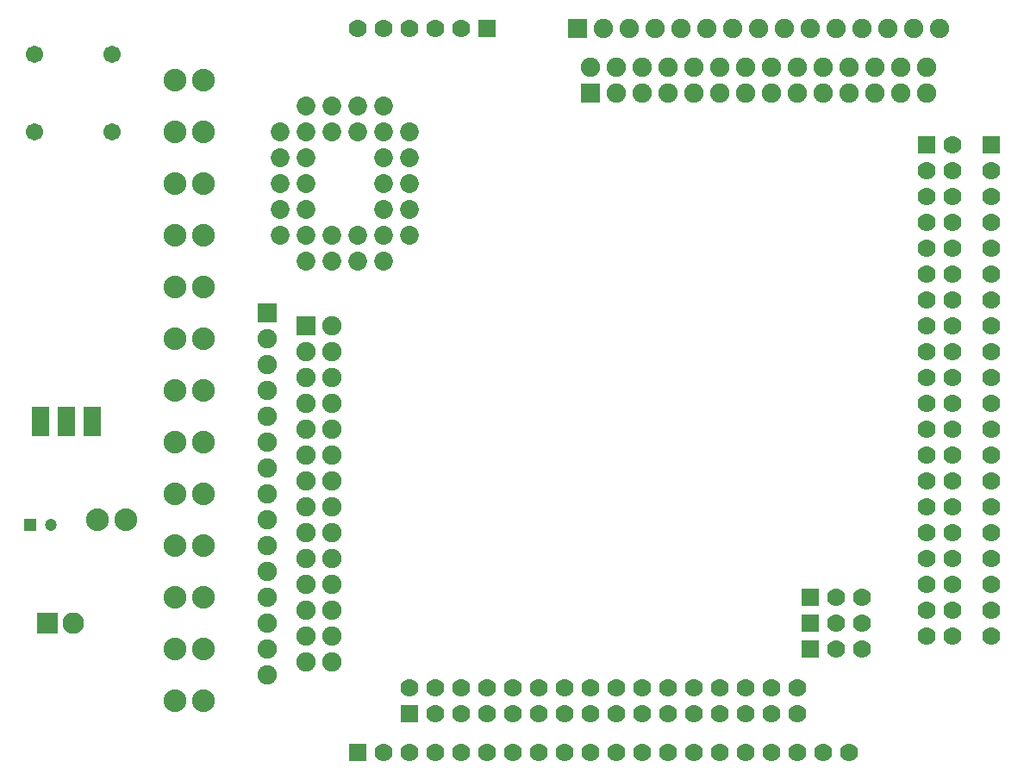
<source format=gbs>
G04 Layer: BottomSolderMaskLayer*
G04 EasyEDA v5.9.42, Mon, 25 Mar 2019 10:54:48 GMT*
G04 64f0bed4ef7340cbb712f4c35e6e27d8*
G04 Gerber Generator version 0.2*
G04 Scale: 100 percent, Rotated: No, Reflected: No *
G04 Dimensions in inches *
G04 leading zeros omitted , absolute positions ,2 integer and 4 decimal *
%FSLAX24Y24*%
%MOIN*%
G90*
G70D02*

%ADD31C,0.088000*%
%ADD32R,0.070000X0.070000*%
%ADD33C,0.070000*%
%ADD34R,0.067700X0.115500*%
%ADD35R,0.047370X0.047370*%
%ADD36C,0.047370*%
%ADD37R,0.082803X0.082803*%
%ADD38C,0.082803*%
%ADD39C,0.067050*%
%ADD40C,0.072960*%
%ADD41R,0.074929X0.074929*%
%ADD42C,0.074929*%

%LPD*%
G54D31*
G01X7450Y27100D03*
G01X8550Y27100D03*
G01X7450Y25100D03*
G01X8550Y25100D03*
G01X7450Y23100D03*
G01X8550Y23100D03*
G01X7450Y21100D03*
G01X8550Y21100D03*
G01X7450Y19100D03*
G01X8550Y19100D03*
G01X7450Y17100D03*
G01X8550Y17100D03*
G01X7450Y15100D03*
G01X8550Y15100D03*
G01X7450Y13100D03*
G01X8550Y13100D03*
G01X7450Y11100D03*
G01X8550Y11100D03*
G01X7450Y9100D03*
G01X8550Y9100D03*
G01X7450Y7100D03*
G01X8550Y7100D03*
G01X7450Y5100D03*
G01X8550Y5100D03*
G01X7450Y3100D03*
G01X8550Y3100D03*
G54D32*
G01X36500Y24600D03*
G54D33*
G01X37500Y24600D03*
G01X36500Y23600D03*
G01X37500Y23600D03*
G01X36500Y22600D03*
G01X37500Y22600D03*
G01X36500Y21600D03*
G01X37500Y21600D03*
G01X36500Y20600D03*
G01X37500Y20600D03*
G01X36500Y19600D03*
G01X37500Y19600D03*
G01X36500Y18600D03*
G01X37500Y18600D03*
G01X36500Y17600D03*
G01X37500Y17600D03*
G01X36500Y16600D03*
G01X37500Y16600D03*
G01X36500Y15600D03*
G01X37500Y15600D03*
G01X36500Y14600D03*
G01X37500Y14600D03*
G01X36500Y13600D03*
G01X37500Y13600D03*
G01X36500Y12600D03*
G01X37500Y12600D03*
G01X36500Y11600D03*
G01X37500Y11600D03*
G01X36500Y10600D03*
G01X37500Y10600D03*
G01X36500Y9600D03*
G01X37500Y9600D03*
G01X36500Y8600D03*
G01X37500Y8600D03*
G01X36500Y7600D03*
G01X37500Y7600D03*
G01X36500Y6600D03*
G01X37500Y6600D03*
G01X36500Y5600D03*
G01X37500Y5600D03*
G54D32*
G01X16500Y2600D03*
G54D33*
G01X16500Y3600D03*
G01X17500Y2600D03*
G01X17500Y3600D03*
G01X18500Y2600D03*
G01X18500Y3600D03*
G01X19500Y2600D03*
G01X19500Y3600D03*
G01X20500Y2600D03*
G01X20500Y3600D03*
G01X21500Y2600D03*
G01X21500Y3600D03*
G01X22500Y2600D03*
G01X22500Y3600D03*
G01X23500Y2600D03*
G01X23500Y3600D03*
G01X24500Y2600D03*
G01X24500Y3600D03*
G01X25500Y2600D03*
G01X25500Y3600D03*
G01X26500Y2600D03*
G01X26500Y3600D03*
G01X27500Y2600D03*
G01X27500Y3600D03*
G01X28500Y2600D03*
G01X28500Y3600D03*
G01X29500Y2600D03*
G01X29500Y3600D03*
G01X30500Y2600D03*
G01X30500Y3600D03*
G01X31500Y2600D03*
G01X31500Y3600D03*
G54D34*
G01X2250Y13899D03*
G01X3250Y13899D03*
G01X4250Y13899D03*
G54D35*
G01X1855Y9900D03*
G54D36*
G01X2643Y9900D03*
G54D31*
G01X4450Y10100D03*
G01X5550Y10100D03*
G54D33*
G01X14500Y29100D03*
G01X15500Y29100D03*
G01X16500Y29100D03*
G01X17500Y29100D03*
G01X18500Y29100D03*
G54D32*
G01X19500Y29100D03*
G54D37*
G01X2500Y6100D03*
G54D38*
G01X3500Y6100D03*
G54D33*
G01X39000Y5600D03*
G01X39000Y6600D03*
G01X39000Y7600D03*
G01X39000Y8600D03*
G01X39000Y9600D03*
G01X39000Y10600D03*
G01X39000Y11600D03*
G01X39000Y12600D03*
G01X39000Y13600D03*
G01X39000Y14600D03*
G01X39000Y15600D03*
G01X39000Y16600D03*
G01X39000Y17600D03*
G01X39000Y18600D03*
G01X39000Y19600D03*
G01X39000Y20600D03*
G01X39000Y21600D03*
G01X39000Y22600D03*
G01X39000Y23600D03*
G54D32*
G01X39000Y24600D03*
G54D33*
G01X33500Y1100D03*
G01X32500Y1100D03*
G01X31500Y1100D03*
G01X30500Y1100D03*
G01X29500Y1100D03*
G01X28500Y1100D03*
G01X27500Y1100D03*
G01X26500Y1100D03*
G01X25500Y1100D03*
G01X24500Y1100D03*
G01X23500Y1100D03*
G01X22500Y1100D03*
G01X21500Y1100D03*
G01X20500Y1100D03*
G01X19500Y1100D03*
G01X18500Y1100D03*
G01X17500Y1100D03*
G01X16500Y1100D03*
G01X15500Y1100D03*
G54D32*
G01X14500Y1100D03*
G54D39*
G01X5000Y25100D03*
G01X5000Y28100D03*
G01X2000Y28100D03*
G01X2000Y25100D03*
G54D33*
G01X34000Y7100D03*
G01X33000Y7100D03*
G54D32*
G01X32000Y7100D03*
G54D33*
G01X34000Y6100D03*
G01X33000Y6100D03*
G54D32*
G01X32000Y6100D03*
G54D33*
G01X34000Y5100D03*
G01X33000Y5100D03*
G54D32*
G01X32000Y5100D03*
G54D40*
G01X11500Y25100D03*
G01X12500Y25100D03*
G01X11500Y24100D03*
G01X12500Y24100D03*
G01X11500Y23100D03*
G01X12500Y23100D03*
G01X11500Y22100D03*
G01X12500Y22100D03*
G01X11500Y21100D03*
G01X12500Y20100D03*
G01X12500Y21100D03*
G01X13500Y20100D03*
G01X13500Y21100D03*
G01X14500Y20100D03*
G01X14500Y21100D03*
G01X15500Y20100D03*
G01X16500Y21100D03*
G01X15500Y21100D03*
G01X16500Y22100D03*
G01X15500Y22100D03*
G01X16500Y23100D03*
G01X15500Y23100D03*
G01X16500Y24100D03*
G01X15500Y24100D03*
G01X16500Y25100D03*
G01X15500Y26100D03*
G01X15500Y25100D03*
G01X14500Y26100D03*
G01X14500Y25100D03*
G01X13500Y26100D03*
G01X13500Y25100D03*
G01X12500Y26100D03*
G54D41*
G01X12500Y17600D03*
G54D42*
G01X13500Y17600D03*
G01X12500Y16600D03*
G01X13500Y16600D03*
G01X12500Y15600D03*
G01X13500Y15600D03*
G01X12500Y14600D03*
G01X13500Y14600D03*
G01X12500Y13600D03*
G01X13500Y13600D03*
G01X12500Y12600D03*
G01X13500Y12600D03*
G01X12500Y11600D03*
G01X13500Y11600D03*
G01X12500Y10600D03*
G01X13500Y10600D03*
G01X12500Y9600D03*
G01X13500Y9600D03*
G01X12500Y8600D03*
G01X13500Y8600D03*
G01X12500Y7600D03*
G01X13500Y7600D03*
G01X12500Y6600D03*
G01X13500Y6600D03*
G01X12500Y5600D03*
G01X13500Y5600D03*
G01X12500Y4600D03*
G01X13500Y4600D03*
G54D41*
G01X23500Y26600D03*
G54D42*
G01X23500Y27600D03*
G01X24500Y26600D03*
G01X24500Y27600D03*
G01X25500Y26600D03*
G01X25500Y27600D03*
G01X26500Y26600D03*
G01X26500Y27600D03*
G01X27500Y26600D03*
G01X27500Y27600D03*
G01X28500Y26600D03*
G01X28500Y27600D03*
G01X29500Y26600D03*
G01X29500Y27600D03*
G01X30500Y26600D03*
G01X30500Y27600D03*
G01X31500Y26600D03*
G01X31500Y27600D03*
G01X32500Y26600D03*
G01X32500Y27600D03*
G01X33500Y26600D03*
G01X33500Y27600D03*
G01X34500Y26600D03*
G01X34500Y27600D03*
G01X35500Y26600D03*
G01X35500Y27600D03*
G01X36500Y26600D03*
G01X36500Y27600D03*
G54D41*
G01X23000Y29100D03*
G54D42*
G01X24000Y29100D03*
G01X25000Y29100D03*
G01X26000Y29100D03*
G01X27000Y29100D03*
G01X28000Y29100D03*
G01X29000Y29100D03*
G01X30000Y29100D03*
G01X31000Y29100D03*
G01X32000Y29100D03*
G01X33000Y29100D03*
G01X34000Y29100D03*
G01X35000Y29100D03*
G01X36000Y29100D03*
G01X37000Y29100D03*
G54D41*
G01X11000Y18100D03*
G54D42*
G01X11000Y17100D03*
G01X11000Y16100D03*
G01X11000Y15100D03*
G01X11000Y14100D03*
G01X11000Y13100D03*
G01X11000Y12100D03*
G01X11000Y11100D03*
G01X11000Y10100D03*
G01X11000Y9100D03*
G01X11000Y8100D03*
G01X11000Y7100D03*
G01X11000Y6100D03*
G01X11000Y5100D03*
G01X11000Y4100D03*
M00*
M02*

</source>
